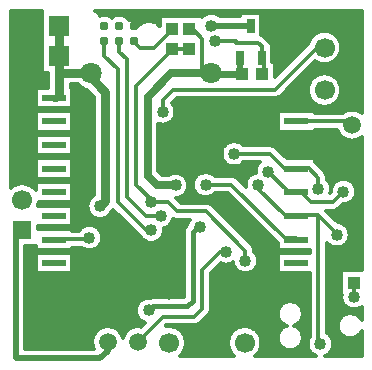
<source format=gbl>
G04 DipTrace 3.0.0.1*
G04 Limbus-modelD-rev01.GBL*
%MOMM*%
G04 #@! TF.FileFunction,Copper,L2,Bot*
G04 #@! TF.Part,Single*
G04 #@! TA.AperFunction,Conductor*
%ADD13C,0.33*%
%ADD14C,0.7*%
%ADD15C,0.4*%
%ADD16C,0.6*%
%ADD17C,0.5*%
%ADD18C,0.8*%
G04 #@! TA.AperFunction,CopperBalancing*
%ADD20C,0.3*%
G04 #@! TA.AperFunction,ComponentPad*
%ADD22R,1.6X1.6*%
%ADD23C,1.7*%
%ADD24C,1.8*%
%ADD25R,1.0X1.1*%
%ADD26R,1.8X1.8*%
%ADD27R,1.1X1.0*%
%ADD29C,0.7874*%
%ADD33R,0.65X1.25*%
%ADD41R,2.0X0.6*%
G04 #@! TA.AperFunction,ComponentPad*
%ADD46C,1.5*%
%ADD47C,1.6*%
G04 #@! TA.AperFunction,ViaPad*
%ADD48C,1.016*%
%FSLAX35Y35*%
G04*
G71*
G90*
G75*
G01*
G04 Bottom*
%LPD*%
X2349377Y3174877D2*
D13*
Y3274377D1*
X2440000Y3365000D1*
X3301493D1*
X3656493Y3720000D1*
X3720000D1*
X3480000Y3095000D2*
Y3095720D1*
X3937183D1*
D14*
Y3063750D1*
X3952750D1*
X1730000Y2110000D2*
D13*
Y2095490D1*
X1523930D1*
X1523440Y2095000D1*
X1430000D1*
X2885000Y1990000D2*
X2835000D1*
X2685000Y1840000D1*
Y1510000D1*
X2615000Y1440000D1*
X2350000D1*
X2140000Y1230000D1*
X2230000Y1495000D2*
D15*
X2265000Y1530000D1*
X2560000D1*
X2605000Y1575000D1*
Y2155000D1*
X2650000Y2200000D1*
X2665000D1*
X1983000Y3775000D2*
D13*
Y3684510D1*
X2047860Y3619650D1*
Y2452140D1*
X2210000Y2290000D1*
X2320000D1*
X2333740Y2303740D1*
Y2293400D1*
X3480000Y2095000D2*
Y2105000D1*
X3385003D1*
X2931600Y2558403D1*
X2713740D1*
X3159227Y2555913D2*
Y2524160D1*
X3381500Y2301887D1*
X3473113D1*
X3480000Y2295000D1*
X3825000Y2135000D2*
X3829907Y2139907D1*
X3667923Y2301887D1*
X3486887D1*
X3480000Y2295000D1*
X3685000Y1210000D2*
X3667923D1*
Y2301887D1*
X3245000Y2670000D2*
X3406717Y2508283D1*
X3466717D1*
X3480000Y2495000D1*
X3880000Y2500000D2*
X3790000Y2410000D1*
X3606373D1*
X3521373Y2495000D1*
X3480000D1*
X3968937Y1730327D2*
Y1611063D1*
X3970000Y1610000D1*
X2955000Y2820000D2*
X3260303D1*
X3380303Y2700000D1*
X3480000D1*
Y2695000D1*
X3667000Y2524000D2*
Y2619700D1*
X3587897Y2698803D1*
X3483803D1*
X3480000Y2695000D1*
X2254133Y2174770D2*
X2206730D1*
X1968477Y2413023D1*
Y3540267D1*
X1856000Y3652743D1*
Y3775000D1*
X2110000Y3902000D2*
D16*
X2189977Y3981977D1*
D13*
X2224567Y4016567D1*
X3270363D1*
X3360000Y3926930D1*
Y3720000D1*
X1176300Y3651403D2*
Y3905430D1*
X3190750Y3635250D2*
Y3730500D1*
X3159000Y3762250D1*
X2968707D1*
Y3778127D1*
X2793877D1*
X3190750Y3635250D2*
X3206857D1*
Y3476760D1*
X3190980Y3492637D1*
X2110000Y3775000D2*
Y3763907D1*
X2158997Y3714910D1*
X2274910D1*
X2435000Y3875000D1*
X2430000D1*
Y3705000D2*
Y3700133D1*
X2127243Y3397377D1*
Y2555913D1*
X2248740Y2434417D1*
Y2413403D1*
X3050000Y1915000D2*
Y2000000D1*
X2716360Y2333640D1*
X2471360D1*
X2391597Y2413403D1*
X2248740D1*
X2430000Y3705000D2*
X2575000D1*
X1476300Y3905430D2*
D18*
Y3651403D1*
X2757300Y3504100D2*
D13*
X2719093D1*
X2685000Y3538193D1*
Y3795000D1*
X2605000Y3875000D1*
X2575000D1*
X2458740Y2553403D2*
D14*
X2304397D1*
X2222503Y2635297D1*
Y3302117D1*
X2424487Y3504100D1*
X2757300D1*
X3020980Y3492637D2*
D16*
X2768763D1*
D13*
X2757300Y3504100D1*
X3020980Y3492637D2*
D17*
Y3519747D1*
X3000750Y3539977D1*
Y3635250D1*
X1476300Y3651403D2*
D18*
Y3504100D1*
Y3326300D1*
D16*
X1445000Y3295000D1*
X1430000D1*
X1741300Y3504100D2*
D18*
X1476300D1*
X1158763Y2174873D2*
D17*
X1105000D1*
Y1090000D1*
X1820000D1*
X1885000Y1155000D1*
Y1230000D1*
X1741300Y3504100D2*
D18*
Y3468700D1*
X1865000Y3345000D1*
Y2420000D1*
X1820000Y2375000D1*
X3095750Y3905250D2*
D17*
X2762490D1*
X2762310Y3905430D1*
D48*
X3825000Y2135000D3*
X2349377Y3174877D3*
X3159227Y2555913D3*
X1730000Y2110000D3*
X2333740Y2293400D3*
X2254133Y2174770D3*
X3245000Y2670000D3*
X2248740Y2413403D3*
X2885000Y1990000D3*
X3280000Y1195000D3*
X1750000Y1595000D3*
X1135000Y3665000D3*
X2955000Y2820000D3*
X3970000Y1610000D3*
X3780000Y1915000D3*
X2713740Y2558403D3*
X3667000Y2524000D3*
X2412900Y2682820D3*
X2458740Y2553403D3*
X2952627Y2968500D3*
X1820000Y2375000D3*
X2762310Y3905430D3*
X1485000Y1250000D3*
X2587500Y3254250D3*
X2665000Y2200000D3*
X2230000Y1495000D3*
X3685000Y1210000D3*
X3050000Y1915000D3*
X2793877Y3778127D3*
X3880000Y2500000D3*
X1065660Y4003653D2*
D20*
X1327080D1*
X1817067D2*
X2716867D1*
X2807770D2*
X3004033D1*
X3187457D2*
X4030303D1*
X1065660Y3973987D2*
X1327080D1*
X2048863D2*
X2320773D1*
X3187457D2*
X4030303D1*
X1065660Y3944320D2*
X1327080D1*
X2167983D2*
X2225030D1*
X2248983D2*
X2320773D1*
X3187457D2*
X4030303D1*
X1065660Y3914653D2*
X1327080D1*
X3187457D2*
X4030303D1*
X1065660Y3884987D2*
X1327080D1*
X3187457D2*
X4030303D1*
X1065660Y3855320D2*
X1327080D1*
X3187457D2*
X3676690D1*
X3763317D2*
X4030303D1*
X1065660Y3825653D2*
X1327080D1*
X3197593D2*
X3623310D1*
X3816693D2*
X4030303D1*
X1065660Y3795987D2*
X1327080D1*
X3231050D2*
X3598000D1*
X3842007D2*
X4030303D1*
X1065660Y3766320D2*
X1327080D1*
X3257007D2*
X3583587D1*
X3856363D2*
X4030303D1*
X1065660Y3736653D2*
X1327080D1*
X3282437D2*
X3567353D1*
X3863217D2*
X4030303D1*
X1065660Y3706987D2*
X1327080D1*
X3282437D2*
X3537647D1*
X3863627D2*
X4030303D1*
X1065660Y3677320D2*
X1327080D1*
X3282437D2*
X3508000D1*
X3857593D2*
X4030303D1*
X1065660Y3647653D2*
X1327080D1*
X3282437D2*
X3478350D1*
X3844233D2*
X4030303D1*
X1065660Y3617987D2*
X1327080D1*
X3282553D2*
X3448643D1*
X3820620D2*
X4030303D1*
X1065660Y3588320D2*
X1327080D1*
X3305170D2*
X3418997D1*
X3630600D2*
X3666027D1*
X3773980D2*
X4030303D1*
X1065660Y3558653D2*
X1327080D1*
X3305170D2*
X3389347D1*
X3600953D2*
X4030303D1*
X1065660Y3528987D2*
X1327080D1*
X3305170D2*
X3359640D1*
X3571303D2*
X4030303D1*
X1065660Y3499320D2*
X1377120D1*
X3305170D2*
X3329990D1*
X3541657D2*
X3694033D1*
X3745973D2*
X4030303D1*
X1065660Y3469653D2*
X1377120D1*
X3511950D2*
X3628057D1*
X3811950D2*
X4030303D1*
X1065660Y3439987D2*
X1377120D1*
X3482300D2*
X3600637D1*
X3839370D2*
X4030303D1*
X1065660Y3410320D2*
X1377120D1*
X3452650D2*
X3585050D1*
X3854957D2*
X4030303D1*
X1065660Y3380653D2*
X1270773D1*
X1589193D2*
X1659953D1*
X3422943D2*
X3577317D1*
X3862690D2*
X4030303D1*
X1065660Y3350987D2*
X1270773D1*
X1589193D2*
X1719953D1*
X3393297D2*
X3576087D1*
X3863920D2*
X4030303D1*
X1065660Y3321320D2*
X1270773D1*
X1589193D2*
X1749660D1*
X3363647D2*
X3581183D1*
X3858823D2*
X4030303D1*
X1065660Y3291653D2*
X1270773D1*
X1589193D2*
X1765773D1*
X2472497D2*
X3593430D1*
X3846577D2*
X4030303D1*
X1065660Y3261987D2*
X1270773D1*
X1589193D2*
X1765773D1*
X2442787D2*
X3615343D1*
X3824663D2*
X4030303D1*
X1065660Y3232320D2*
X1270773D1*
X1589193D2*
X1765773D1*
X2442670D2*
X3656710D1*
X3783297D2*
X4030303D1*
X1065660Y3202653D2*
X1765773D1*
X2455737D2*
X4030303D1*
X1065660Y3172987D2*
X1270773D1*
X1589193D2*
X1765773D1*
X2459370D2*
X3320793D1*
X3639213D2*
X3877080D1*
X1065660Y3143320D2*
X1270773D1*
X1589193D2*
X1765773D1*
X2454623D2*
X3320793D1*
X1065660Y3113653D2*
X1270773D1*
X1589193D2*
X1765773D1*
X2440150D2*
X3320793D1*
X1065660Y3083987D2*
X1270773D1*
X1589193D2*
X1765773D1*
X2408863D2*
X3320793D1*
X1065660Y3054320D2*
X1270773D1*
X1589193D2*
X1765773D1*
X2316693D2*
X3320793D1*
X1065660Y3024653D2*
X1270773D1*
X1589193D2*
X1765773D1*
X2316693D2*
X3320793D1*
X1065660Y2994987D2*
X1765773D1*
X2316693D2*
X3838000D1*
X1065660Y2965320D2*
X1270773D1*
X1589193D2*
X1765773D1*
X2316693D2*
X3863020D1*
X1065660Y2935653D2*
X1270773D1*
X1589193D2*
X1765773D1*
X2316693D2*
X3921377D1*
X3984097D2*
X4030303D1*
X1065660Y2905987D2*
X1270773D1*
X1589193D2*
X1765773D1*
X2316693D2*
X2888310D1*
X3021693D2*
X4030303D1*
X1065660Y2876320D2*
X1270773D1*
X1589193D2*
X1765773D1*
X2316693D2*
X2861007D1*
X3309273D2*
X4030303D1*
X1065660Y2846653D2*
X1270773D1*
X1589193D2*
X1765773D1*
X2316693D2*
X2848350D1*
X3339450D2*
X4030303D1*
X1065660Y2816987D2*
X1270773D1*
X1589193D2*
X1765773D1*
X2316693D2*
X2845070D1*
X3369157D2*
X4030303D1*
X1065660Y2787320D2*
X1765773D1*
X2316693D2*
X2850110D1*
X3398803D2*
X4030303D1*
X1065660Y2757653D2*
X1270773D1*
X1589193D2*
X1765773D1*
X2316693D2*
X2865050D1*
X3639213D2*
X4030303D1*
X1065660Y2727987D2*
X1270773D1*
X1589193D2*
X1765773D1*
X2316693D2*
X2897393D1*
X3012613D2*
X3152100D1*
X3664527D2*
X4030303D1*
X1065660Y2698320D2*
X1270773D1*
X1589193D2*
X1765773D1*
X2316693D2*
X3138800D1*
X3694173D2*
X4030303D1*
X1065660Y2668653D2*
X1270773D1*
X1589193D2*
X1765773D1*
X2321147D2*
X3134990D1*
X3723763D2*
X4030303D1*
X1065660Y2638987D2*
X1270773D1*
X1589193D2*
X1765773D1*
X2525990D2*
X2640343D1*
X2787143D2*
X3088760D1*
X3740113D2*
X4030303D1*
X1065660Y2609320D2*
X1270773D1*
X1589193D2*
X1765773D1*
X2552943D2*
X2616613D1*
X2986480D2*
X3063507D1*
X3742690D2*
X4030303D1*
X1065660Y2579653D2*
X1270773D1*
X1589193D2*
X1765773D1*
X2565483D2*
X2605890D1*
X3016187D2*
X3051907D1*
X3761383D2*
X3805537D1*
X3954450D2*
X4030303D1*
X1065660Y2549987D2*
X1083133D1*
X1234350D2*
X1270773D1*
X1589193D2*
X1765773D1*
X2568707D2*
X2604073D1*
X3977593D2*
X4030303D1*
X1589193Y2520320D2*
X1765773D1*
X2563490D2*
X2610753D1*
X3988080D2*
X4030303D1*
X1589193Y2490653D2*
X1765773D1*
X2548433D2*
X2627920D1*
X3989603D2*
X4030303D1*
X1589193Y2460987D2*
X1753293D1*
X2515680D2*
X2666477D1*
X2761010D2*
X2923173D1*
X3982633D2*
X4030303D1*
X1589193Y2431320D2*
X1726047D1*
X2479467D2*
X2952883D1*
X3965053D2*
X4030303D1*
X1300327Y2401653D2*
X1713390D1*
X2745013D2*
X2982530D1*
X3925150D2*
X4030303D1*
X1589193Y2371987D2*
X1710050D1*
X2783803D2*
X3012180D1*
X3857827D2*
X4030303D1*
X1589193Y2342320D2*
X1715090D1*
X2813510D2*
X3041887D1*
X3819567D2*
X4030303D1*
X1589193Y2312653D2*
X1730030D1*
X1909937D2*
X1963057D1*
X2843160D2*
X3071533D1*
X3762963D2*
X4030303D1*
X1589193Y2282987D2*
X1762373D1*
X1877593D2*
X1992707D1*
X2872807D2*
X3101183D1*
X3792613D2*
X4030303D1*
X1589193Y2253320D2*
X2022353D1*
X2435933D2*
X2569210D1*
X2902513D2*
X3130890D1*
X3822320D2*
X4030303D1*
X1589193Y2223653D2*
X2052060D1*
X2417887D2*
X2557667D1*
X2932163D2*
X3160537D1*
X3887887D2*
X4030303D1*
X1297983Y2193987D2*
X1660713D1*
X1799310D2*
X2081710D1*
X2376283D2*
X2536513D1*
X2961810D2*
X3190187D1*
X3917300D2*
X4030303D1*
X1825210Y2164320D2*
X2111360D1*
X2363627D2*
X2526377D1*
X2991520D2*
X3219893D1*
X3930893D2*
X4030303D1*
X1837103Y2134653D2*
X2141007D1*
X2356303D2*
X2525793D1*
X3021167D2*
X3249543D1*
X3934997D2*
X4030303D1*
X1839860Y2104987D2*
X2170010D1*
X2338257D2*
X2525793D1*
X3050817D2*
X3279190D1*
X3930717D2*
X4030303D1*
X1834233Y2075320D2*
X2211670D1*
X2296597D2*
X2525793D1*
X3080523D2*
X3308897D1*
X3916830D2*
X4030303D1*
X1818473Y2045653D2*
X2525793D1*
X3109587D2*
X3320793D1*
X3743627D2*
X3763117D1*
X3886890D2*
X4030303D1*
X1189173Y2015987D2*
X1270773D1*
X1589193D2*
X1675890D1*
X1784077D2*
X2525793D1*
X3123940D2*
X3320793D1*
X3743627D2*
X4030303D1*
X1189173Y1986320D2*
X2525793D1*
X3132787D2*
X3592200D1*
X3743627D2*
X4030303D1*
X1189173Y1956653D2*
X1270773D1*
X1589193D2*
X2525793D1*
X3151537D2*
X3320793D1*
X3743627D2*
X4030303D1*
X1189173Y1926987D2*
X1270773D1*
X1589193D2*
X2525793D1*
X3159330D2*
X3320793D1*
X3743627D2*
X4030303D1*
X1189173Y1897320D2*
X1270773D1*
X1589193D2*
X2525793D1*
X3158510D2*
X3320793D1*
X3743627D2*
X4030303D1*
X1189173Y1867653D2*
X1270773D1*
X1589193D2*
X2525793D1*
X2818490D2*
X2951067D1*
X3148960D2*
X3320793D1*
X3743627D2*
X4030303D1*
X1189173Y1837987D2*
X1270773D1*
X1589193D2*
X2525793D1*
X2788783D2*
X2972747D1*
X3127280D2*
X3320793D1*
X3743627D2*
X4030303D1*
X1189173Y1808320D2*
X2525793D1*
X2760717D2*
X3038723D1*
X3061247D2*
X3592200D1*
X3743627D2*
X3854757D1*
X1189173Y1778653D2*
X2525793D1*
X2760717D2*
X3592200D1*
X3743627D2*
X3854757D1*
X1189173Y1748987D2*
X2525793D1*
X2760717D2*
X3592200D1*
X3743627D2*
X3854757D1*
X1189173Y1719320D2*
X2525793D1*
X2760717D2*
X3592200D1*
X3743627D2*
X3854757D1*
X1189173Y1689653D2*
X2525793D1*
X2760717D2*
X3592200D1*
X3743627D2*
X3854757D1*
X1189173Y1659987D2*
X2525793D1*
X2760717D2*
X3592200D1*
X3743627D2*
X3854757D1*
X1189173Y1630320D2*
X2525793D1*
X2760717D2*
X3592200D1*
X3743627D2*
X3854757D1*
X1189173Y1600653D2*
X2210090D1*
X2760717D2*
X3592200D1*
X3743627D2*
X3860383D1*
X1189173Y1570987D2*
X2151670D1*
X2760717D2*
X3405753D1*
X3452593D2*
X3592200D1*
X3743627D2*
X3867353D1*
X1189173Y1541320D2*
X2130520D1*
X2760717D2*
X3350557D1*
X3507787D2*
X3592200D1*
X3743627D2*
X3884933D1*
X1189173Y1511653D2*
X2121320D1*
X2760717D2*
X3329933D1*
X3528413D2*
X3592200D1*
X3743627D2*
X3924837D1*
X4015150D2*
X4030303D1*
X1189173Y1481987D2*
X2120793D1*
X2755093D2*
X3321087D1*
X3537260D2*
X3592200D1*
X3743627D2*
X4030303D1*
X1189173Y1452320D2*
X2128877D1*
X2733120D2*
X3320967D1*
X3537377D2*
X3592200D1*
X3743627D2*
X3873507D1*
X4000853D2*
X4030303D1*
X1189173Y1422653D2*
X2148157D1*
X2703473D2*
X3329580D1*
X3528763D2*
X3592200D1*
X3743627D2*
X3844853D1*
X1189173Y1392987D2*
X2194737D1*
X2673823D2*
X3349797D1*
X3508550D2*
X3592200D1*
X3743627D2*
X3831670D1*
X1189173Y1363320D2*
X2167490D1*
X2379157D2*
X3389700D1*
X3468590D2*
X3592200D1*
X3743627D2*
X3827980D1*
X1189173Y1333653D2*
X1801573D1*
X1968413D2*
X2056573D1*
X2491773D2*
X2958213D1*
X3131793D2*
X3346397D1*
X3511950D2*
X3592200D1*
X3743627D2*
X3832727D1*
X1189173Y1303987D2*
X1773623D1*
X1996363D2*
X2028623D1*
X2521480D2*
X2928507D1*
X3161500D2*
X3327940D1*
X3530407D2*
X3592200D1*
X3743627D2*
X3847373D1*
X1189173Y1274320D2*
X1758507D1*
X2538353D2*
X2911690D1*
X3178317D2*
X3320500D1*
X3537847D2*
X3592200D1*
X3773510D2*
X3879190D1*
X3995170D2*
X4030303D1*
X1189173Y1244653D2*
X1751593D1*
X2547027D2*
X2902960D1*
X3187047D2*
X3321670D1*
X3536673D2*
X3580773D1*
X3789213D2*
X4030303D1*
X1189173Y1214987D2*
X1751650D1*
X2549137D2*
X2900910D1*
X3189097D2*
X3331750D1*
X3526597D2*
X3575090D1*
X3794897D2*
X4030303D1*
X1189173Y1185320D2*
X1758623D1*
X2544860D2*
X2905127D1*
X3184877D2*
X3354367D1*
X3503980D2*
X3577900D1*
X3792143D2*
X4030303D1*
X2533667Y1155653D2*
X2916320D1*
X3173687D2*
X3589853D1*
X3780190D2*
X4030303D1*
X2513337Y1125987D2*
X2936650D1*
X3153353D2*
X3615753D1*
X3754233D2*
X4030303D1*
X1294967Y2208827D2*
Y2181170D1*
X1586200Y2181200D1*
Y2168133D1*
X1640240Y2168190D1*
X1648637Y2179490D1*
X1660510Y2191363D1*
X1674093Y2201233D1*
X1689053Y2208857D1*
X1705020Y2214043D1*
X1721603Y2216670D1*
X1738397D1*
X1754980Y2214043D1*
X1770947Y2208857D1*
X1785907Y2201233D1*
X1799490Y2191363D1*
X1811363Y2179490D1*
X1821233Y2165907D1*
X1828857Y2150947D1*
X1834043Y2134980D1*
X1836670Y2118397D1*
Y2101603D1*
X1834043Y2085020D1*
X1828857Y2069053D1*
X1821233Y2054093D1*
X1811363Y2040510D1*
X1799490Y2028637D1*
X1785907Y2018767D1*
X1770947Y2011143D1*
X1754980Y2005957D1*
X1738397Y2003330D1*
X1721603D1*
X1705020Y2005957D1*
X1689053Y2011143D1*
X1674093Y2018767D1*
X1668063Y2022797D1*
X1586153Y2022790D1*
X1586200Y2008800D1*
X1273800D1*
Y2038623D1*
X1186157Y2038673D1*
X1186200Y1171220D1*
X1767753Y1171200D1*
X1763787Y1179793D1*
X1760220Y1189457D1*
X1757427Y1199373D1*
X1755417Y1209477D1*
X1754203Y1219707D1*
X1753800Y1230000D1*
X1754203Y1240293D1*
X1755417Y1250523D1*
X1757427Y1260627D1*
X1760220Y1270543D1*
X1763787Y1280207D1*
X1768100Y1289563D1*
X1773133Y1298553D1*
X1778857Y1307117D1*
X1785233Y1315207D1*
X1792227Y1322773D1*
X1799793Y1329767D1*
X1807883Y1336143D1*
X1816447Y1341867D1*
X1825437Y1346900D1*
X1834793Y1351213D1*
X1844457Y1354780D1*
X1854373Y1357573D1*
X1864477Y1359583D1*
X1874707Y1360797D1*
X1885000Y1361200D1*
X1895293Y1360797D1*
X1905523Y1359583D1*
X1915627Y1357573D1*
X1925543Y1354780D1*
X1935207Y1351213D1*
X1944563Y1346900D1*
X1953553Y1341867D1*
X1962117Y1336143D1*
X1970207Y1329767D1*
X1977773Y1322773D1*
X1984767Y1315207D1*
X1991143Y1307117D1*
X1996867Y1298553D1*
X2001900Y1289563D1*
X2006213Y1280207D1*
X2009780Y1270543D1*
X2012500Y1260900D1*
X2015220Y1270543D1*
X2018787Y1280207D1*
X2023100Y1289563D1*
X2028133Y1298553D1*
X2033857Y1307117D1*
X2040233Y1315207D1*
X2047227Y1322773D1*
X2054793Y1329767D1*
X2062883Y1336143D1*
X2071447Y1341867D1*
X2080437Y1346900D1*
X2089793Y1351213D1*
X2099457Y1354780D1*
X2109373Y1357573D1*
X2119477Y1359583D1*
X2129707Y1360797D1*
X2140000Y1361200D1*
X2150293Y1360797D1*
X2165773Y1358540D1*
X2199590Y1392403D1*
X2189053Y1396143D1*
X2174093Y1403767D1*
X2160510Y1413637D1*
X2148637Y1425510D1*
X2138767Y1439093D1*
X2131143Y1454053D1*
X2125957Y1470020D1*
X2123330Y1486603D1*
Y1503397D1*
X2125957Y1519980D1*
X2131143Y1535947D1*
X2138767Y1550907D1*
X2148637Y1564490D1*
X2160510Y1576363D1*
X2174093Y1586233D1*
X2189053Y1593857D1*
X2205020Y1599043D1*
X2221603Y1601670D1*
X2238397D1*
X2247210Y1604093D1*
X2259020Y1605967D1*
X2310000Y1606200D1*
X2528380D1*
X2528800Y1650000D1*
X2529033Y2160980D1*
X2530907Y2172790D1*
X2534600Y2184160D1*
X2540030Y2194813D1*
X2547057Y2204487D1*
X2559363Y2217127D1*
X2563237Y2233063D1*
X2569663Y2248577D1*
X2577140Y2260957D1*
X2465657Y2261163D1*
X2454390Y2262950D1*
X2443540Y2266473D1*
X2438337Y2268873D1*
X2437783Y2268420D1*
X2432597Y2252453D1*
X2424973Y2237493D1*
X2415103Y2223910D1*
X2403230Y2212037D1*
X2389647Y2202167D1*
X2374687Y2194543D1*
X2360077Y2189740D1*
X2361133Y2174770D1*
X2359817Y2158030D1*
X2355897Y2141707D1*
X2349470Y2126193D1*
X2340697Y2111877D1*
X2329793Y2099110D1*
X2317027Y2088207D1*
X2302710Y2079433D1*
X2287197Y2073007D1*
X2270873Y2069087D1*
X2254133Y2067770D1*
X2237393Y2069087D1*
X2221070Y2073007D1*
X2205557Y2079433D1*
X2191240Y2088207D1*
X2178473Y2099110D1*
X2167570Y2111877D1*
X2165617Y2114797D1*
X2155323Y2123363D1*
X1929890Y2348793D1*
X1921133Y2340087D1*
X1915337Y2326423D1*
X1906563Y2312107D1*
X1895660Y2299340D1*
X1882893Y2288437D1*
X1868577Y2279663D1*
X1853063Y2273237D1*
X1836740Y2269317D1*
X1820000Y2268000D1*
X1803260Y2269317D1*
X1786937Y2273237D1*
X1771423Y2279663D1*
X1757107Y2288437D1*
X1744340Y2299340D1*
X1733437Y2312107D1*
X1724663Y2326423D1*
X1718237Y2341937D1*
X1714317Y2358260D1*
X1713000Y2375000D1*
X1714317Y2391740D1*
X1718237Y2408063D1*
X1724663Y2423577D1*
X1733437Y2437893D1*
X1744340Y2450660D1*
X1757107Y2461563D1*
X1768817Y2468880D1*
X1768800Y3305177D1*
X1713327Y3360627D1*
X1696123Y3365057D1*
X1685353Y3369030D1*
X1674927Y3373833D1*
X1664910Y3379443D1*
X1655367Y3385823D1*
X1646350Y3392930D1*
X1637920Y3400720D1*
X1631253Y3407933D1*
X1572490Y3407900D1*
X1572500Y3381230D1*
X1586200Y3381200D1*
Y3208800D1*
X1273800D1*
Y3381200D1*
X1380147D1*
X1380100Y3504130D1*
X1367500Y3505203D1*
X1330100D1*
Y4033273D1*
X1062677Y4033320D1*
X1062630Y2532323D1*
X1075770Y2543107D1*
X1084990Y2549267D1*
X1094663Y2554683D1*
X1104733Y2559327D1*
X1115133Y2563163D1*
X1125803Y2566173D1*
X1136677Y2568333D1*
X1147687Y2569637D1*
X1158767Y2570073D1*
X1169847Y2569637D1*
X1180857Y2568333D1*
X1191730Y2566173D1*
X1202400Y2563163D1*
X1212800Y2559327D1*
X1222870Y2554683D1*
X1232543Y2549267D1*
X1241763Y2543107D1*
X1250470Y2536243D1*
X1258610Y2528717D1*
X1266137Y2520577D1*
X1273793Y2510680D1*
X1273800Y2581200D1*
X1586200D1*
Y2408800D1*
X1298563D1*
X1296067Y2395910D1*
X1291573Y2381217D1*
X1586200Y2381200D1*
Y2208800D1*
X1294930D1*
X2338800Y3986200D2*
X2681200D1*
Y3975243D1*
X2692820Y3986793D1*
X2706403Y3996663D1*
X2721363Y4004287D1*
X2737330Y4009473D1*
X2753913Y4012100D1*
X2770707D1*
X2787290Y4009473D1*
X2803257Y4004287D1*
X2818217Y3996663D1*
X2831800Y3986793D1*
X2837490Y3986450D1*
X3007003D1*
X3007050Y4023950D1*
X3184450D1*
Y3830297D1*
X3192007Y3827027D1*
X3201733Y3821067D1*
X3210407Y3813657D1*
X3246033Y3777717D1*
X3252737Y3768487D1*
X3257923Y3758300D1*
X3267050Y3753950D1*
X3279450D1*
X3279557Y3598863D1*
X3302180Y3598837D1*
Y3468467D1*
X3581583Y3747903D1*
X3585710Y3763633D1*
X3589547Y3774033D1*
X3594190Y3784103D1*
X3599607Y3793777D1*
X3605767Y3802997D1*
X3612630Y3811703D1*
X3620157Y3819843D1*
X3628297Y3827370D1*
X3637003Y3834233D1*
X3646223Y3840393D1*
X3655897Y3845810D1*
X3665967Y3850453D1*
X3676367Y3854290D1*
X3687037Y3857300D1*
X3697910Y3859460D1*
X3708920Y3860763D1*
X3720000Y3861200D1*
X3731080Y3860763D1*
X3742090Y3859460D1*
X3752963Y3857300D1*
X3763633Y3854290D1*
X3774033Y3850453D1*
X3784103Y3845810D1*
X3793777Y3840393D1*
X3802997Y3834233D1*
X3811703Y3827370D1*
X3819843Y3819843D1*
X3827370Y3811703D1*
X3834233Y3802997D1*
X3840393Y3793777D1*
X3845810Y3784103D1*
X3850453Y3774033D1*
X3854290Y3763633D1*
X3857300Y3752963D1*
X3859460Y3742090D1*
X3860763Y3731080D1*
X3861200Y3720000D1*
X3860763Y3708920D1*
X3859460Y3697910D1*
X3857300Y3687037D1*
X3854290Y3676367D1*
X3850453Y3665967D1*
X3845810Y3655897D1*
X3840393Y3646223D1*
X3834233Y3637003D1*
X3827370Y3628297D1*
X3819843Y3620157D1*
X3811703Y3612630D1*
X3802997Y3605767D1*
X3793777Y3599607D1*
X3784103Y3594190D1*
X3774033Y3589547D1*
X3763633Y3585710D1*
X3752963Y3582700D1*
X3742090Y3580540D1*
X3731080Y3579237D1*
X3720000Y3578800D1*
X3708920Y3579237D1*
X3697910Y3580540D1*
X3687037Y3582700D1*
X3676367Y3585710D1*
X3665967Y3589547D1*
X3655897Y3594190D1*
X3641867Y3602520D1*
X3348710Y3309717D1*
X3339480Y3303013D1*
X3329313Y3297833D1*
X3318463Y3294310D1*
X3307197Y3292523D1*
X3256493Y3292300D1*
X2470107D1*
X2426650Y3248833D1*
X2435940Y3237770D1*
X2444713Y3223453D1*
X2451140Y3207940D1*
X2455060Y3191617D1*
X2456377Y3174877D1*
X2455060Y3158137D1*
X2451140Y3141813D1*
X2444713Y3126300D1*
X2435940Y3111983D1*
X2425037Y3099217D1*
X2412270Y3088313D1*
X2397953Y3079540D1*
X2382440Y3073113D1*
X2366117Y3069193D1*
X2349377Y3067877D1*
X2332637Y3069193D1*
X2316313Y3073113D1*
X2313693Y3074080D1*
X2313703Y2673113D1*
X2342137Y2644640D1*
X2402833Y2644637D1*
X2417793Y2652260D1*
X2433760Y2657447D1*
X2450343Y2660073D1*
X2467137D1*
X2483720Y2657447D1*
X2499687Y2652260D1*
X2514647Y2644637D1*
X2528230Y2634767D1*
X2540103Y2622893D1*
X2549973Y2609310D1*
X2557597Y2594350D1*
X2562783Y2578383D1*
X2565410Y2561800D1*
Y2545007D1*
X2562783Y2528423D1*
X2557597Y2512457D1*
X2549973Y2497497D1*
X2540103Y2483913D1*
X2528230Y2472040D1*
X2514647Y2462170D1*
X2499687Y2454547D1*
X2483720Y2449360D1*
X2467137Y2446733D1*
X2461330Y2446507D1*
X2501463Y2406350D1*
X2722063Y2406117D1*
X2733330Y2404330D1*
X2744180Y2400807D1*
X2754347Y2395627D1*
X2763577Y2388923D1*
X2799587Y2353227D1*
X3105283Y2047217D1*
X3111987Y2037987D1*
X3117167Y2027820D1*
X3120690Y2016970D1*
X3122477Y2005703D1*
X3122700Y1993497D1*
X3131363Y1984490D1*
X3141233Y1970907D1*
X3148857Y1955947D1*
X3154043Y1939980D1*
X3156670Y1923397D1*
Y1906603D1*
X3154043Y1890020D1*
X3148857Y1874053D1*
X3141233Y1859093D1*
X3131363Y1845510D1*
X3119490Y1833637D1*
X3105907Y1823767D1*
X3090947Y1816143D1*
X3074980Y1810957D1*
X3058397Y1808330D1*
X3041603D1*
X3025020Y1810957D1*
X3009053Y1816143D1*
X2994093Y1823767D1*
X2980510Y1833637D1*
X2968637Y1845510D1*
X2958767Y1859093D1*
X2951143Y1874053D1*
X2945957Y1890020D1*
X2944020Y1900770D1*
X2933577Y1894663D1*
X2918063Y1888237D1*
X2901740Y1884317D1*
X2885000Y1883000D1*
X2868260Y1884317D1*
X2851937Y1888237D1*
X2840567Y1892753D1*
X2757677Y1809863D1*
X2757477Y1504297D1*
X2755690Y1493030D1*
X2752167Y1482180D1*
X2746987Y1472013D1*
X2740280Y1462787D1*
X2704587Y1426773D1*
X2662213Y1384720D1*
X2652987Y1378013D1*
X2642820Y1372833D1*
X2631970Y1369310D1*
X2620703Y1367523D1*
X2570000Y1367300D1*
X2380097D1*
X2382910Y1359460D1*
X2393920Y1360763D1*
X2405000Y1361200D1*
X2416080Y1360763D1*
X2427090Y1359460D1*
X2437963Y1357300D1*
X2448633Y1354290D1*
X2459033Y1350453D1*
X2469103Y1345810D1*
X2478777Y1340393D1*
X2487997Y1334233D1*
X2496703Y1327370D1*
X2504843Y1319843D1*
X2512370Y1311703D1*
X2519233Y1302997D1*
X2525393Y1293777D1*
X2530810Y1284103D1*
X2535453Y1274033D1*
X2539290Y1263633D1*
X2542300Y1252963D1*
X2544460Y1242090D1*
X2545763Y1231080D1*
X2546200Y1220000D1*
X2545763Y1208920D1*
X2544460Y1197910D1*
X2542300Y1187037D1*
X2539290Y1176367D1*
X2535453Y1165967D1*
X2530810Y1155897D1*
X2525393Y1146223D1*
X2519233Y1137003D1*
X2512370Y1128297D1*
X2504843Y1120157D1*
X2493677Y1110243D1*
X2956203Y1110260D1*
X2945157Y1120157D1*
X2937630Y1128297D1*
X2930767Y1137003D1*
X2924607Y1146223D1*
X2919190Y1155897D1*
X2914547Y1165967D1*
X2910710Y1176367D1*
X2907700Y1187037D1*
X2905540Y1197910D1*
X2904237Y1208920D1*
X2903800Y1220000D1*
X2904237Y1231080D1*
X2905540Y1242090D1*
X2907700Y1252963D1*
X2910710Y1263633D1*
X2914547Y1274033D1*
X2919190Y1284103D1*
X2924607Y1293777D1*
X2930767Y1302997D1*
X2937630Y1311703D1*
X2945157Y1319843D1*
X2953297Y1327370D1*
X2962003Y1334233D1*
X2971223Y1340393D1*
X2980897Y1345810D1*
X2990967Y1350453D1*
X3001367Y1354290D1*
X3012037Y1357300D1*
X3022910Y1359460D1*
X3033920Y1360763D1*
X3045000Y1361200D1*
X3056080Y1360763D1*
X3067090Y1359460D1*
X3077963Y1357300D1*
X3088633Y1354290D1*
X3099033Y1350453D1*
X3109103Y1345810D1*
X3118777Y1340393D1*
X3127997Y1334233D1*
X3136703Y1327370D1*
X3144843Y1319843D1*
X3152370Y1311703D1*
X3159233Y1302997D1*
X3165393Y1293777D1*
X3170810Y1284103D1*
X3175453Y1274033D1*
X3179290Y1263633D1*
X3182300Y1252963D1*
X3184460Y1242090D1*
X3185763Y1231080D1*
X3186200Y1220000D1*
X3185763Y1208920D1*
X3184460Y1197910D1*
X3182300Y1187037D1*
X3179290Y1176367D1*
X3175453Y1165967D1*
X3170810Y1155897D1*
X3165393Y1146223D1*
X3159233Y1137003D1*
X3152370Y1128297D1*
X3144843Y1120157D1*
X3133677Y1110243D1*
X3646203Y1110260D1*
X3636423Y1114663D1*
X3622107Y1123437D1*
X3609340Y1134340D1*
X3598437Y1147107D1*
X3589663Y1161423D1*
X3583237Y1176937D1*
X3579317Y1193260D1*
X3578000Y1210000D1*
X3579317Y1226740D1*
X3583237Y1243063D1*
X3589663Y1258577D1*
X3595207Y1268063D1*
X3595223Y1808770D1*
X3323800Y1808800D1*
Y1981200D1*
X3595267D1*
X3595223Y2008810D1*
X3323800Y2008800D1*
Y2063350D1*
X2901503Y2485687D1*
X2792207Y2485703D1*
X2783230Y2477040D1*
X2769647Y2467170D1*
X2754687Y2459547D1*
X2738720Y2454360D1*
X2722137Y2451733D1*
X2705343D1*
X2688760Y2454360D1*
X2672793Y2459547D1*
X2657833Y2467170D1*
X2644250Y2477040D1*
X2632377Y2488913D1*
X2622507Y2502497D1*
X2614883Y2517457D1*
X2609697Y2533423D1*
X2607070Y2550007D1*
Y2566800D1*
X2609697Y2583383D1*
X2614883Y2599350D1*
X2622507Y2614310D1*
X2632377Y2627893D1*
X2644250Y2639767D1*
X2657833Y2649637D1*
X2672793Y2657260D1*
X2688760Y2662447D1*
X2705343Y2665073D1*
X2722137D1*
X2738720Y2662447D1*
X2754687Y2657260D1*
X2769647Y2649637D1*
X2783230Y2639767D1*
X2792140Y2631100D1*
X2937303Y2630880D1*
X2948570Y2629093D1*
X2959420Y2625570D1*
X2969587Y2620390D1*
X2978813Y2613683D1*
X3014827Y2577990D1*
X3053567Y2539250D1*
X3052227Y2555913D1*
X3053543Y2572653D1*
X3057463Y2588977D1*
X3063890Y2604490D1*
X3072663Y2618807D1*
X3083567Y2631573D1*
X3096333Y2642477D1*
X3110650Y2651250D1*
X3126163Y2657677D1*
X3138400Y2660783D1*
X3138000Y2670000D1*
X3139317Y2686740D1*
X3143237Y2703063D1*
X3149663Y2718577D1*
X3158437Y2732893D1*
X3169340Y2745660D1*
X3171100Y2747287D1*
X3033487Y2747300D1*
X3024490Y2738637D1*
X3010907Y2728767D1*
X2995947Y2721143D1*
X2979980Y2715957D1*
X2963397Y2713330D1*
X2946603D1*
X2930020Y2715957D1*
X2914053Y2721143D1*
X2899093Y2728767D1*
X2885510Y2738637D1*
X2873637Y2750510D1*
X2863767Y2764093D1*
X2856143Y2779053D1*
X2850957Y2795020D1*
X2848330Y2811603D1*
Y2828397D1*
X2850957Y2844980D1*
X2856143Y2860947D1*
X2863767Y2875907D1*
X2873637Y2889490D1*
X2885510Y2901363D1*
X2899093Y2911233D1*
X2914053Y2918857D1*
X2930020Y2924043D1*
X2946603Y2926670D1*
X2963397D1*
X2979980Y2924043D1*
X2995947Y2918857D1*
X3010907Y2911233D1*
X3024490Y2901363D1*
X3033400Y2892697D1*
X3266007Y2892477D1*
X3277273Y2890690D1*
X3288123Y2887167D1*
X3298290Y2881987D1*
X3307517Y2875280D1*
X3343530Y2839587D1*
X3401907Y2781210D1*
X3636200Y2781200D1*
Y2753133D1*
X3718407Y2671107D1*
X3725817Y2662433D1*
X3731777Y2652707D1*
X3736143Y2642167D1*
X3738807Y2631073D1*
X3739700Y2619700D1*
Y2602533D1*
X3748363Y2593490D1*
X3758233Y2579907D1*
X3765857Y2564947D1*
X3771043Y2548980D1*
X3773670Y2532397D1*
Y2515603D1*
X3771043Y2499020D1*
X3769020Y2491850D1*
X3773107Y2495920D1*
X3773330Y2508397D1*
X3775957Y2524980D1*
X3781143Y2540947D1*
X3788767Y2555907D1*
X3798637Y2569490D1*
X3810510Y2581363D1*
X3824093Y2591233D1*
X3839053Y2598857D1*
X3855020Y2604043D1*
X3871603Y2606670D1*
X3888397D1*
X3904980Y2604043D1*
X3920947Y2598857D1*
X3935907Y2591233D1*
X3949490Y2581363D1*
X3961363Y2569490D1*
X3971233Y2555907D1*
X3978857Y2540947D1*
X3984043Y2524980D1*
X3986670Y2508397D1*
Y2491603D1*
X3984043Y2475020D1*
X3978857Y2459053D1*
X3971233Y2444093D1*
X3961363Y2430510D1*
X3949490Y2418637D1*
X3935907Y2408767D1*
X3920947Y2401143D1*
X3904980Y2395957D1*
X3888397Y2393330D1*
X3875967Y2393160D1*
X3837217Y2354717D1*
X3827987Y2348013D1*
X3817820Y2342833D1*
X3806970Y2339310D1*
X3795703Y2337523D1*
X3735333Y2337300D1*
X3830740Y2241883D1*
X3841740Y2240683D1*
X3858063Y2236763D1*
X3873577Y2230337D1*
X3887893Y2221563D1*
X3900660Y2210660D1*
X3911563Y2197893D1*
X3920337Y2183577D1*
X3926763Y2168063D1*
X3930683Y2151740D1*
X3932000Y2135000D1*
X3930683Y2118260D1*
X3926763Y2101937D1*
X3920337Y2086423D1*
X3911563Y2072107D1*
X3900660Y2059340D1*
X3887893Y2048437D1*
X3873577Y2039663D1*
X3858063Y2033237D1*
X3841740Y2029317D1*
X3825000Y2028000D1*
X3808260Y2029317D1*
X3791937Y2033237D1*
X3776423Y2039663D1*
X3762107Y2048437D1*
X3749340Y2059340D1*
X3740610Y2069350D1*
X3740907Y1301233D1*
X3754490Y1291363D1*
X3766363Y1279490D1*
X3776233Y1265907D1*
X3783857Y1250947D1*
X3789043Y1234980D1*
X3791670Y1218397D1*
Y1201603D1*
X3789043Y1185020D1*
X3783857Y1169053D1*
X3776233Y1154093D1*
X3766363Y1140510D1*
X3754490Y1128637D1*
X3740907Y1118767D1*
X3725947Y1111143D1*
X3723577Y1110270D1*
X4033273Y1110260D1*
X4033320Y1320083D1*
X4027720Y1309680D1*
X4017927Y1296200D1*
X4006140Y1284413D1*
X3992660Y1274620D1*
X3977810Y1267053D1*
X3961963Y1261903D1*
X3945503Y1259297D1*
X3928837D1*
X3912377Y1261903D1*
X3896530Y1267053D1*
X3881680Y1274620D1*
X3868200Y1284413D1*
X3856413Y1296200D1*
X3846620Y1309680D1*
X3839053Y1324530D1*
X3833903Y1340377D1*
X3831297Y1356837D1*
Y1373503D1*
X3833903Y1389963D1*
X3839053Y1405810D1*
X3846620Y1420660D1*
X3856413Y1434140D1*
X3868200Y1445927D1*
X3881680Y1455720D1*
X3896530Y1463287D1*
X3912377Y1468437D1*
X3928837Y1471043D1*
X3945503D1*
X3961963Y1468437D1*
X3977810Y1463287D1*
X3992660Y1455720D1*
X4006140Y1445927D1*
X4017927Y1434140D1*
X4027720Y1420660D1*
X4033310Y1410100D1*
X4033320Y1523757D1*
X4025907Y1518767D1*
X4010947Y1511143D1*
X3994980Y1505957D1*
X3978397Y1503330D1*
X3961603D1*
X3945020Y1505957D1*
X3929053Y1511143D1*
X3914093Y1518767D1*
X3900510Y1528637D1*
X3888637Y1540510D1*
X3878767Y1554093D1*
X3871143Y1569053D1*
X3865957Y1585020D1*
X3863330Y1601603D1*
Y1618397D1*
X3864003Y1624100D1*
X3857737Y1624127D1*
Y1836527D1*
X4033343D1*
X4033320Y2960240D1*
X4021303Y2951883D1*
X4012313Y2946850D1*
X4002957Y2942537D1*
X3993293Y2938970D1*
X3983377Y2936177D1*
X3973273Y2934167D1*
X3963043Y2932953D1*
X3952750Y2932550D1*
X3942457Y2932953D1*
X3932227Y2934167D1*
X3922123Y2936177D1*
X3912207Y2938970D1*
X3902543Y2942537D1*
X3893187Y2946850D1*
X3884197Y2951883D1*
X3875633Y2957607D1*
X3867543Y2963983D1*
X3859977Y2970977D1*
X3852983Y2978543D1*
X3846607Y2986633D1*
X3840883Y2995197D1*
X3835850Y3004187D1*
X3831537Y3013543D1*
X3828040Y3023017D1*
X3636187Y3023020D1*
X3636200Y3008800D1*
X3323800D1*
Y3181200D1*
X3636200D1*
Y3168367D1*
X3873690Y3168420D1*
X3884197Y3175617D1*
X3893187Y3180650D1*
X3902543Y3184963D1*
X3912207Y3188530D1*
X3922123Y3191323D1*
X3932227Y3193333D1*
X3942457Y3194547D1*
X3952750Y3194950D1*
X3963043Y3194547D1*
X3973273Y3193333D1*
X3983377Y3191323D1*
X3993293Y3188530D1*
X4002957Y3184963D1*
X4012313Y3180650D1*
X4021303Y3175617D1*
X4033313Y3167177D1*
X4033320Y4033327D1*
X1779863Y4033320D1*
X1791423Y4026017D1*
X1804093Y4015193D1*
X1814917Y4002523D1*
X1821953Y3991297D1*
X1833690Y3994930D1*
X1848500Y3997277D1*
X1863500D1*
X1878310Y3994930D1*
X1892573Y3990297D1*
X1905937Y3983487D1*
X1918067Y3974673D1*
X1919467Y3973380D1*
X1926827Y3979317D1*
X1939613Y3987153D1*
X1953467Y3992893D1*
X1968050Y3996393D1*
X1983000Y3997570D1*
X1997950Y3996393D1*
X2012533Y3992893D1*
X2026387Y3987153D1*
X2039173Y3979317D1*
X2050577Y3969577D1*
X2060317Y3958173D1*
X2061117Y3956980D1*
X2164993Y3957000D1*
Y3916510D1*
X2174577Y3924417D1*
X2188787Y3933123D1*
X2204183Y3939503D1*
X2220387Y3943393D1*
X2237000Y3944700D1*
X2253613Y3943393D1*
X2269817Y3939503D1*
X2285213Y3933123D1*
X2299423Y3924417D1*
X2312093Y3913593D1*
X2322917Y3900923D1*
X2323803Y3899597D1*
X2323800Y3986200D1*
X2338800D1*
X3535043Y1255237D2*
X3532437Y1238777D1*
X3527287Y1222930D1*
X3519720Y1208080D1*
X3509927Y1194600D1*
X3498140Y1182813D1*
X3484660Y1173020D1*
X3469810Y1165453D1*
X3453963Y1160303D1*
X3437503Y1157697D1*
X3420837D1*
X3404377Y1160303D1*
X3388530Y1165453D1*
X3373680Y1173020D1*
X3360200Y1182813D1*
X3348413Y1194600D1*
X3338620Y1208080D1*
X3331053Y1222930D1*
X3325903Y1238777D1*
X3323297Y1255237D1*
Y1271903D1*
X3325903Y1288363D1*
X3331053Y1304210D1*
X3338620Y1319060D1*
X3348413Y1332540D1*
X3360200Y1344327D1*
X3373680Y1354120D1*
X3388530Y1361687D1*
X3398327Y1365130D1*
X3388530Y1368653D1*
X3373680Y1376220D1*
X3360200Y1386013D1*
X3348413Y1397800D1*
X3338620Y1411280D1*
X3331053Y1426130D1*
X3325903Y1441977D1*
X3323297Y1458437D1*
Y1475103D1*
X3325903Y1491563D1*
X3331053Y1507410D1*
X3338620Y1522260D1*
X3348413Y1535740D1*
X3360200Y1547527D1*
X3373680Y1557320D1*
X3388530Y1564887D1*
X3404377Y1570037D1*
X3420837Y1572643D1*
X3437503D1*
X3453963Y1570037D1*
X3469810Y1564887D1*
X3484660Y1557320D1*
X3498140Y1547527D1*
X3509927Y1535740D1*
X3519720Y1522260D1*
X3527287Y1507410D1*
X3532437Y1491563D1*
X3535043Y1475103D1*
Y1458437D1*
X3532437Y1441977D1*
X3527287Y1426130D1*
X3519720Y1411280D1*
X3509927Y1397800D1*
X3498140Y1386013D1*
X3484660Y1376220D1*
X3469810Y1368653D1*
X3460013Y1365210D1*
X3469810Y1361687D1*
X3484660Y1354120D1*
X3498140Y1344327D1*
X3509927Y1332540D1*
X3519720Y1319060D1*
X3527287Y1304210D1*
X3532437Y1288363D1*
X3535043Y1271903D1*
Y1255237D1*
X1288800Y1981200D2*
X1586200D1*
Y1808800D1*
X1273800D1*
Y1981200D1*
X1288800D1*
Y2781200D2*
X1586200D1*
Y2608800D1*
X1273800D1*
Y2781200D1*
X1288800D1*
Y2981200D2*
X1586200D1*
Y2808800D1*
X1273800D1*
Y2981200D1*
X1288800D1*
Y3181200D2*
X1586200D1*
Y3008800D1*
X1273800D1*
Y3181200D1*
X1288800D1*
X3860763Y3348920D2*
X3859460Y3337910D1*
X3857300Y3327037D1*
X3854290Y3316367D1*
X3850453Y3305967D1*
X3845810Y3295897D1*
X3840393Y3286223D1*
X3834233Y3277003D1*
X3827370Y3268297D1*
X3819843Y3260157D1*
X3811703Y3252630D1*
X3802997Y3245767D1*
X3793777Y3239607D1*
X3784103Y3234190D1*
X3774033Y3229547D1*
X3763633Y3225710D1*
X3752963Y3222700D1*
X3742090Y3220540D1*
X3731080Y3219237D1*
X3720000Y3218800D1*
X3708920Y3219237D1*
X3697910Y3220540D1*
X3687037Y3222700D1*
X3676367Y3225710D1*
X3665967Y3229547D1*
X3655897Y3234190D1*
X3646223Y3239607D1*
X3637003Y3245767D1*
X3628297Y3252630D1*
X3620157Y3260157D1*
X3612630Y3268297D1*
X3605767Y3277003D1*
X3599607Y3286223D1*
X3594190Y3295897D1*
X3589547Y3305967D1*
X3585710Y3316367D1*
X3582700Y3327037D1*
X3580540Y3337910D1*
X3579237Y3348920D1*
X3578800Y3360000D1*
X3579237Y3371080D1*
X3580540Y3382090D1*
X3582700Y3392963D1*
X3585710Y3403633D1*
X3589547Y3414033D1*
X3594190Y3424103D1*
X3599607Y3433777D1*
X3605767Y3442997D1*
X3612630Y3451703D1*
X3620157Y3459843D1*
X3628297Y3467370D1*
X3637003Y3474233D1*
X3646223Y3480393D1*
X3655897Y3485810D1*
X3665967Y3490453D1*
X3676367Y3494290D1*
X3687037Y3497300D1*
X3697910Y3499460D1*
X3708920Y3500763D1*
X3720000Y3501200D1*
X3731080Y3500763D1*
X3742090Y3499460D1*
X3752963Y3497300D1*
X3763633Y3494290D1*
X3774033Y3490453D1*
X3784103Y3485810D1*
X3793777Y3480393D1*
X3802997Y3474233D1*
X3811703Y3467370D1*
X3819843Y3459843D1*
X3827370Y3451703D1*
X3834233Y3442997D1*
X3840393Y3433777D1*
X3845810Y3424103D1*
X3850453Y3414033D1*
X3854290Y3403633D1*
X3857300Y3392963D1*
X3859460Y3382090D1*
X3860763Y3371080D1*
X3861200Y3360000D1*
X3860763Y3348920D1*
D22*
X1158763Y2174873D3*
D23*
X3880543Y2301873D3*
X1158763Y2428873D3*
D24*
X2757300Y3504100D3*
X1741300D3*
X2249300Y1694000D3*
D25*
X2430000Y3705000D3*
Y3875000D3*
D26*
X1476300Y3651403D3*
X1176300D3*
X1476300Y3905430D3*
X1176300D3*
D29*
X2110000Y3775000D3*
Y3902000D3*
X1983000Y3775000D3*
Y3902000D3*
X1856000Y3775000D3*
Y3902000D3*
D33*
X3190750Y3635250D3*
X3000750D3*
X3095750Y3905250D3*
D25*
X2575000Y3875000D3*
Y3705000D3*
D27*
X3190980Y3492637D3*
X3020980D3*
X3798937Y1730327D3*
X3968937D3*
D41*
X1430000Y1895000D3*
Y2095000D3*
Y2295000D3*
Y2495000D3*
Y2695000D3*
Y2895000D3*
Y3095000D3*
Y3295000D3*
X3480000D3*
Y3095000D3*
Y2895000D3*
Y2695000D3*
Y2495000D3*
Y2295000D3*
Y2095000D3*
Y1895000D3*
D23*
X3720000Y3360000D3*
Y3720000D3*
X3360000D3*
X2405000Y1220000D3*
Y1670000D3*
X3045000D3*
Y1220000D3*
D46*
X2140000Y1230000D3*
X1885000D3*
X1630000D3*
D47*
X1158750Y3206627D3*
D46*
X3952750Y3063750D3*
M02*

</source>
